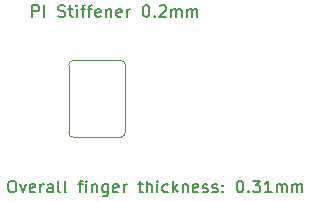
<source format=gbr>
%TF.GenerationSoftware,KiCad,Pcbnew,8.0.4*%
%TF.CreationDate,2024-07-27T12:09:47+02:00*%
%TF.ProjectId,PA3194G822_R03,50413331-3934-4473-9832-325f5230332e,3*%
%TF.SameCoordinates,Original*%
%TF.FileFunction,Other,User*%
%FSLAX46Y46*%
G04 Gerber Fmt 4.6, Leading zero omitted, Abs format (unit mm)*
G04 Created by KiCad (PCBNEW 8.0.4) date 2024-07-27 12:09:47*
%MOMM*%
%LPD*%
G01*
G04 APERTURE LIST*
%ADD10C,0.050000*%
%ADD11C,0.150000*%
G04 APERTURE END LIST*
D10*
X145600000Y-96750000D02*
X141600000Y-96750000D01*
X146000000Y-102850000D02*
G75*
G02*
X145600000Y-103250000I-400000J0D01*
G01*
X146000000Y-97150000D02*
X146000000Y-102850000D01*
X141600000Y-103250000D02*
G75*
G02*
X141200000Y-102850000I0J400000D01*
G01*
X141200000Y-97150000D02*
G75*
G02*
X141600000Y-96750000I400000J0D01*
G01*
X145600000Y-96750000D02*
G75*
G02*
X146000000Y-97150000I0J-400000D01*
G01*
X141600000Y-103250000D02*
X145600000Y-103250000D01*
X141200000Y-102850000D02*
X141200000Y-97150000D01*
D11*
X136327255Y-106919819D02*
X136517731Y-106919819D01*
X136517731Y-106919819D02*
X136612969Y-106967438D01*
X136612969Y-106967438D02*
X136708207Y-107062676D01*
X136708207Y-107062676D02*
X136755826Y-107253152D01*
X136755826Y-107253152D02*
X136755826Y-107586485D01*
X136755826Y-107586485D02*
X136708207Y-107776961D01*
X136708207Y-107776961D02*
X136612969Y-107872200D01*
X136612969Y-107872200D02*
X136517731Y-107919819D01*
X136517731Y-107919819D02*
X136327255Y-107919819D01*
X136327255Y-107919819D02*
X136232017Y-107872200D01*
X136232017Y-107872200D02*
X136136779Y-107776961D01*
X136136779Y-107776961D02*
X136089160Y-107586485D01*
X136089160Y-107586485D02*
X136089160Y-107253152D01*
X136089160Y-107253152D02*
X136136779Y-107062676D01*
X136136779Y-107062676D02*
X136232017Y-106967438D01*
X136232017Y-106967438D02*
X136327255Y-106919819D01*
X137089160Y-107253152D02*
X137327255Y-107919819D01*
X137327255Y-107919819D02*
X137565350Y-107253152D01*
X138327255Y-107872200D02*
X138232017Y-107919819D01*
X138232017Y-107919819D02*
X138041541Y-107919819D01*
X138041541Y-107919819D02*
X137946303Y-107872200D01*
X137946303Y-107872200D02*
X137898684Y-107776961D01*
X137898684Y-107776961D02*
X137898684Y-107396009D01*
X137898684Y-107396009D02*
X137946303Y-107300771D01*
X137946303Y-107300771D02*
X138041541Y-107253152D01*
X138041541Y-107253152D02*
X138232017Y-107253152D01*
X138232017Y-107253152D02*
X138327255Y-107300771D01*
X138327255Y-107300771D02*
X138374874Y-107396009D01*
X138374874Y-107396009D02*
X138374874Y-107491247D01*
X138374874Y-107491247D02*
X137898684Y-107586485D01*
X138803446Y-107919819D02*
X138803446Y-107253152D01*
X138803446Y-107443628D02*
X138851065Y-107348390D01*
X138851065Y-107348390D02*
X138898684Y-107300771D01*
X138898684Y-107300771D02*
X138993922Y-107253152D01*
X138993922Y-107253152D02*
X139089160Y-107253152D01*
X139851065Y-107919819D02*
X139851065Y-107396009D01*
X139851065Y-107396009D02*
X139803446Y-107300771D01*
X139803446Y-107300771D02*
X139708208Y-107253152D01*
X139708208Y-107253152D02*
X139517732Y-107253152D01*
X139517732Y-107253152D02*
X139422494Y-107300771D01*
X139851065Y-107872200D02*
X139755827Y-107919819D01*
X139755827Y-107919819D02*
X139517732Y-107919819D01*
X139517732Y-107919819D02*
X139422494Y-107872200D01*
X139422494Y-107872200D02*
X139374875Y-107776961D01*
X139374875Y-107776961D02*
X139374875Y-107681723D01*
X139374875Y-107681723D02*
X139422494Y-107586485D01*
X139422494Y-107586485D02*
X139517732Y-107538866D01*
X139517732Y-107538866D02*
X139755827Y-107538866D01*
X139755827Y-107538866D02*
X139851065Y-107491247D01*
X140470113Y-107919819D02*
X140374875Y-107872200D01*
X140374875Y-107872200D02*
X140327256Y-107776961D01*
X140327256Y-107776961D02*
X140327256Y-106919819D01*
X140993923Y-107919819D02*
X140898685Y-107872200D01*
X140898685Y-107872200D02*
X140851066Y-107776961D01*
X140851066Y-107776961D02*
X140851066Y-106919819D01*
X141993924Y-107253152D02*
X142374876Y-107253152D01*
X142136781Y-107919819D02*
X142136781Y-107062676D01*
X142136781Y-107062676D02*
X142184400Y-106967438D01*
X142184400Y-106967438D02*
X142279638Y-106919819D01*
X142279638Y-106919819D02*
X142374876Y-106919819D01*
X142708210Y-107919819D02*
X142708210Y-107253152D01*
X142708210Y-106919819D02*
X142660591Y-106967438D01*
X142660591Y-106967438D02*
X142708210Y-107015057D01*
X142708210Y-107015057D02*
X142755829Y-106967438D01*
X142755829Y-106967438D02*
X142708210Y-106919819D01*
X142708210Y-106919819D02*
X142708210Y-107015057D01*
X143184400Y-107253152D02*
X143184400Y-107919819D01*
X143184400Y-107348390D02*
X143232019Y-107300771D01*
X143232019Y-107300771D02*
X143327257Y-107253152D01*
X143327257Y-107253152D02*
X143470114Y-107253152D01*
X143470114Y-107253152D02*
X143565352Y-107300771D01*
X143565352Y-107300771D02*
X143612971Y-107396009D01*
X143612971Y-107396009D02*
X143612971Y-107919819D01*
X144517733Y-107253152D02*
X144517733Y-108062676D01*
X144517733Y-108062676D02*
X144470114Y-108157914D01*
X144470114Y-108157914D02*
X144422495Y-108205533D01*
X144422495Y-108205533D02*
X144327257Y-108253152D01*
X144327257Y-108253152D02*
X144184400Y-108253152D01*
X144184400Y-108253152D02*
X144089162Y-108205533D01*
X144517733Y-107872200D02*
X144422495Y-107919819D01*
X144422495Y-107919819D02*
X144232019Y-107919819D01*
X144232019Y-107919819D02*
X144136781Y-107872200D01*
X144136781Y-107872200D02*
X144089162Y-107824580D01*
X144089162Y-107824580D02*
X144041543Y-107729342D01*
X144041543Y-107729342D02*
X144041543Y-107443628D01*
X144041543Y-107443628D02*
X144089162Y-107348390D01*
X144089162Y-107348390D02*
X144136781Y-107300771D01*
X144136781Y-107300771D02*
X144232019Y-107253152D01*
X144232019Y-107253152D02*
X144422495Y-107253152D01*
X144422495Y-107253152D02*
X144517733Y-107300771D01*
X145374876Y-107872200D02*
X145279638Y-107919819D01*
X145279638Y-107919819D02*
X145089162Y-107919819D01*
X145089162Y-107919819D02*
X144993924Y-107872200D01*
X144993924Y-107872200D02*
X144946305Y-107776961D01*
X144946305Y-107776961D02*
X144946305Y-107396009D01*
X144946305Y-107396009D02*
X144993924Y-107300771D01*
X144993924Y-107300771D02*
X145089162Y-107253152D01*
X145089162Y-107253152D02*
X145279638Y-107253152D01*
X145279638Y-107253152D02*
X145374876Y-107300771D01*
X145374876Y-107300771D02*
X145422495Y-107396009D01*
X145422495Y-107396009D02*
X145422495Y-107491247D01*
X145422495Y-107491247D02*
X144946305Y-107586485D01*
X145851067Y-107919819D02*
X145851067Y-107253152D01*
X145851067Y-107443628D02*
X145898686Y-107348390D01*
X145898686Y-107348390D02*
X145946305Y-107300771D01*
X145946305Y-107300771D02*
X146041543Y-107253152D01*
X146041543Y-107253152D02*
X146136781Y-107253152D01*
X147089163Y-107253152D02*
X147470115Y-107253152D01*
X147232020Y-106919819D02*
X147232020Y-107776961D01*
X147232020Y-107776961D02*
X147279639Y-107872200D01*
X147279639Y-107872200D02*
X147374877Y-107919819D01*
X147374877Y-107919819D02*
X147470115Y-107919819D01*
X147803449Y-107919819D02*
X147803449Y-106919819D01*
X148232020Y-107919819D02*
X148232020Y-107396009D01*
X148232020Y-107396009D02*
X148184401Y-107300771D01*
X148184401Y-107300771D02*
X148089163Y-107253152D01*
X148089163Y-107253152D02*
X147946306Y-107253152D01*
X147946306Y-107253152D02*
X147851068Y-107300771D01*
X147851068Y-107300771D02*
X147803449Y-107348390D01*
X148708211Y-107919819D02*
X148708211Y-107253152D01*
X148708211Y-106919819D02*
X148660592Y-106967438D01*
X148660592Y-106967438D02*
X148708211Y-107015057D01*
X148708211Y-107015057D02*
X148755830Y-106967438D01*
X148755830Y-106967438D02*
X148708211Y-106919819D01*
X148708211Y-106919819D02*
X148708211Y-107015057D01*
X149612972Y-107872200D02*
X149517734Y-107919819D01*
X149517734Y-107919819D02*
X149327258Y-107919819D01*
X149327258Y-107919819D02*
X149232020Y-107872200D01*
X149232020Y-107872200D02*
X149184401Y-107824580D01*
X149184401Y-107824580D02*
X149136782Y-107729342D01*
X149136782Y-107729342D02*
X149136782Y-107443628D01*
X149136782Y-107443628D02*
X149184401Y-107348390D01*
X149184401Y-107348390D02*
X149232020Y-107300771D01*
X149232020Y-107300771D02*
X149327258Y-107253152D01*
X149327258Y-107253152D02*
X149517734Y-107253152D01*
X149517734Y-107253152D02*
X149612972Y-107300771D01*
X150041544Y-107919819D02*
X150041544Y-106919819D01*
X150136782Y-107538866D02*
X150422496Y-107919819D01*
X150422496Y-107253152D02*
X150041544Y-107634104D01*
X150851068Y-107253152D02*
X150851068Y-107919819D01*
X150851068Y-107348390D02*
X150898687Y-107300771D01*
X150898687Y-107300771D02*
X150993925Y-107253152D01*
X150993925Y-107253152D02*
X151136782Y-107253152D01*
X151136782Y-107253152D02*
X151232020Y-107300771D01*
X151232020Y-107300771D02*
X151279639Y-107396009D01*
X151279639Y-107396009D02*
X151279639Y-107919819D01*
X152136782Y-107872200D02*
X152041544Y-107919819D01*
X152041544Y-107919819D02*
X151851068Y-107919819D01*
X151851068Y-107919819D02*
X151755830Y-107872200D01*
X151755830Y-107872200D02*
X151708211Y-107776961D01*
X151708211Y-107776961D02*
X151708211Y-107396009D01*
X151708211Y-107396009D02*
X151755830Y-107300771D01*
X151755830Y-107300771D02*
X151851068Y-107253152D01*
X151851068Y-107253152D02*
X152041544Y-107253152D01*
X152041544Y-107253152D02*
X152136782Y-107300771D01*
X152136782Y-107300771D02*
X152184401Y-107396009D01*
X152184401Y-107396009D02*
X152184401Y-107491247D01*
X152184401Y-107491247D02*
X151708211Y-107586485D01*
X152565354Y-107872200D02*
X152660592Y-107919819D01*
X152660592Y-107919819D02*
X152851068Y-107919819D01*
X152851068Y-107919819D02*
X152946306Y-107872200D01*
X152946306Y-107872200D02*
X152993925Y-107776961D01*
X152993925Y-107776961D02*
X152993925Y-107729342D01*
X152993925Y-107729342D02*
X152946306Y-107634104D01*
X152946306Y-107634104D02*
X152851068Y-107586485D01*
X152851068Y-107586485D02*
X152708211Y-107586485D01*
X152708211Y-107586485D02*
X152612973Y-107538866D01*
X152612973Y-107538866D02*
X152565354Y-107443628D01*
X152565354Y-107443628D02*
X152565354Y-107396009D01*
X152565354Y-107396009D02*
X152612973Y-107300771D01*
X152612973Y-107300771D02*
X152708211Y-107253152D01*
X152708211Y-107253152D02*
X152851068Y-107253152D01*
X152851068Y-107253152D02*
X152946306Y-107300771D01*
X153374878Y-107872200D02*
X153470116Y-107919819D01*
X153470116Y-107919819D02*
X153660592Y-107919819D01*
X153660592Y-107919819D02*
X153755830Y-107872200D01*
X153755830Y-107872200D02*
X153803449Y-107776961D01*
X153803449Y-107776961D02*
X153803449Y-107729342D01*
X153803449Y-107729342D02*
X153755830Y-107634104D01*
X153755830Y-107634104D02*
X153660592Y-107586485D01*
X153660592Y-107586485D02*
X153517735Y-107586485D01*
X153517735Y-107586485D02*
X153422497Y-107538866D01*
X153422497Y-107538866D02*
X153374878Y-107443628D01*
X153374878Y-107443628D02*
X153374878Y-107396009D01*
X153374878Y-107396009D02*
X153422497Y-107300771D01*
X153422497Y-107300771D02*
X153517735Y-107253152D01*
X153517735Y-107253152D02*
X153660592Y-107253152D01*
X153660592Y-107253152D02*
X153755830Y-107300771D01*
X154232021Y-107824580D02*
X154279640Y-107872200D01*
X154279640Y-107872200D02*
X154232021Y-107919819D01*
X154232021Y-107919819D02*
X154184402Y-107872200D01*
X154184402Y-107872200D02*
X154232021Y-107824580D01*
X154232021Y-107824580D02*
X154232021Y-107919819D01*
X154232021Y-107300771D02*
X154279640Y-107348390D01*
X154279640Y-107348390D02*
X154232021Y-107396009D01*
X154232021Y-107396009D02*
X154184402Y-107348390D01*
X154184402Y-107348390D02*
X154232021Y-107300771D01*
X154232021Y-107300771D02*
X154232021Y-107396009D01*
X155660592Y-106919819D02*
X155755830Y-106919819D01*
X155755830Y-106919819D02*
X155851068Y-106967438D01*
X155851068Y-106967438D02*
X155898687Y-107015057D01*
X155898687Y-107015057D02*
X155946306Y-107110295D01*
X155946306Y-107110295D02*
X155993925Y-107300771D01*
X155993925Y-107300771D02*
X155993925Y-107538866D01*
X155993925Y-107538866D02*
X155946306Y-107729342D01*
X155946306Y-107729342D02*
X155898687Y-107824580D01*
X155898687Y-107824580D02*
X155851068Y-107872200D01*
X155851068Y-107872200D02*
X155755830Y-107919819D01*
X155755830Y-107919819D02*
X155660592Y-107919819D01*
X155660592Y-107919819D02*
X155565354Y-107872200D01*
X155565354Y-107872200D02*
X155517735Y-107824580D01*
X155517735Y-107824580D02*
X155470116Y-107729342D01*
X155470116Y-107729342D02*
X155422497Y-107538866D01*
X155422497Y-107538866D02*
X155422497Y-107300771D01*
X155422497Y-107300771D02*
X155470116Y-107110295D01*
X155470116Y-107110295D02*
X155517735Y-107015057D01*
X155517735Y-107015057D02*
X155565354Y-106967438D01*
X155565354Y-106967438D02*
X155660592Y-106919819D01*
X156422497Y-107824580D02*
X156470116Y-107872200D01*
X156470116Y-107872200D02*
X156422497Y-107919819D01*
X156422497Y-107919819D02*
X156374878Y-107872200D01*
X156374878Y-107872200D02*
X156422497Y-107824580D01*
X156422497Y-107824580D02*
X156422497Y-107919819D01*
X156803449Y-106919819D02*
X157422496Y-106919819D01*
X157422496Y-106919819D02*
X157089163Y-107300771D01*
X157089163Y-107300771D02*
X157232020Y-107300771D01*
X157232020Y-107300771D02*
X157327258Y-107348390D01*
X157327258Y-107348390D02*
X157374877Y-107396009D01*
X157374877Y-107396009D02*
X157422496Y-107491247D01*
X157422496Y-107491247D02*
X157422496Y-107729342D01*
X157422496Y-107729342D02*
X157374877Y-107824580D01*
X157374877Y-107824580D02*
X157327258Y-107872200D01*
X157327258Y-107872200D02*
X157232020Y-107919819D01*
X157232020Y-107919819D02*
X156946306Y-107919819D01*
X156946306Y-107919819D02*
X156851068Y-107872200D01*
X156851068Y-107872200D02*
X156803449Y-107824580D01*
X158374877Y-107919819D02*
X157803449Y-107919819D01*
X158089163Y-107919819D02*
X158089163Y-106919819D01*
X158089163Y-106919819D02*
X157993925Y-107062676D01*
X157993925Y-107062676D02*
X157898687Y-107157914D01*
X157898687Y-107157914D02*
X157803449Y-107205533D01*
X158803449Y-107919819D02*
X158803449Y-107253152D01*
X158803449Y-107348390D02*
X158851068Y-107300771D01*
X158851068Y-107300771D02*
X158946306Y-107253152D01*
X158946306Y-107253152D02*
X159089163Y-107253152D01*
X159089163Y-107253152D02*
X159184401Y-107300771D01*
X159184401Y-107300771D02*
X159232020Y-107396009D01*
X159232020Y-107396009D02*
X159232020Y-107919819D01*
X159232020Y-107396009D02*
X159279639Y-107300771D01*
X159279639Y-107300771D02*
X159374877Y-107253152D01*
X159374877Y-107253152D02*
X159517734Y-107253152D01*
X159517734Y-107253152D02*
X159612973Y-107300771D01*
X159612973Y-107300771D02*
X159660592Y-107396009D01*
X159660592Y-107396009D02*
X159660592Y-107919819D01*
X160136782Y-107919819D02*
X160136782Y-107253152D01*
X160136782Y-107348390D02*
X160184401Y-107300771D01*
X160184401Y-107300771D02*
X160279639Y-107253152D01*
X160279639Y-107253152D02*
X160422496Y-107253152D01*
X160422496Y-107253152D02*
X160517734Y-107300771D01*
X160517734Y-107300771D02*
X160565353Y-107396009D01*
X160565353Y-107396009D02*
X160565353Y-107919819D01*
X160565353Y-107396009D02*
X160612972Y-107300771D01*
X160612972Y-107300771D02*
X160708210Y-107253152D01*
X160708210Y-107253152D02*
X160851067Y-107253152D01*
X160851067Y-107253152D02*
X160946306Y-107300771D01*
X160946306Y-107300771D02*
X160993925Y-107396009D01*
X160993925Y-107396009D02*
X160993925Y-107919819D01*
X138136779Y-93069819D02*
X138136779Y-92069819D01*
X138136779Y-92069819D02*
X138517731Y-92069819D01*
X138517731Y-92069819D02*
X138612969Y-92117438D01*
X138612969Y-92117438D02*
X138660588Y-92165057D01*
X138660588Y-92165057D02*
X138708207Y-92260295D01*
X138708207Y-92260295D02*
X138708207Y-92403152D01*
X138708207Y-92403152D02*
X138660588Y-92498390D01*
X138660588Y-92498390D02*
X138612969Y-92546009D01*
X138612969Y-92546009D02*
X138517731Y-92593628D01*
X138517731Y-92593628D02*
X138136779Y-92593628D01*
X139136779Y-93069819D02*
X139136779Y-92069819D01*
X140327255Y-93022200D02*
X140470112Y-93069819D01*
X140470112Y-93069819D02*
X140708207Y-93069819D01*
X140708207Y-93069819D02*
X140803445Y-93022200D01*
X140803445Y-93022200D02*
X140851064Y-92974580D01*
X140851064Y-92974580D02*
X140898683Y-92879342D01*
X140898683Y-92879342D02*
X140898683Y-92784104D01*
X140898683Y-92784104D02*
X140851064Y-92688866D01*
X140851064Y-92688866D02*
X140803445Y-92641247D01*
X140803445Y-92641247D02*
X140708207Y-92593628D01*
X140708207Y-92593628D02*
X140517731Y-92546009D01*
X140517731Y-92546009D02*
X140422493Y-92498390D01*
X140422493Y-92498390D02*
X140374874Y-92450771D01*
X140374874Y-92450771D02*
X140327255Y-92355533D01*
X140327255Y-92355533D02*
X140327255Y-92260295D01*
X140327255Y-92260295D02*
X140374874Y-92165057D01*
X140374874Y-92165057D02*
X140422493Y-92117438D01*
X140422493Y-92117438D02*
X140517731Y-92069819D01*
X140517731Y-92069819D02*
X140755826Y-92069819D01*
X140755826Y-92069819D02*
X140898683Y-92117438D01*
X141184398Y-92403152D02*
X141565350Y-92403152D01*
X141327255Y-92069819D02*
X141327255Y-92926961D01*
X141327255Y-92926961D02*
X141374874Y-93022200D01*
X141374874Y-93022200D02*
X141470112Y-93069819D01*
X141470112Y-93069819D02*
X141565350Y-93069819D01*
X141898684Y-93069819D02*
X141898684Y-92403152D01*
X141898684Y-92069819D02*
X141851065Y-92117438D01*
X141851065Y-92117438D02*
X141898684Y-92165057D01*
X141898684Y-92165057D02*
X141946303Y-92117438D01*
X141946303Y-92117438D02*
X141898684Y-92069819D01*
X141898684Y-92069819D02*
X141898684Y-92165057D01*
X142232017Y-92403152D02*
X142612969Y-92403152D01*
X142374874Y-93069819D02*
X142374874Y-92212676D01*
X142374874Y-92212676D02*
X142422493Y-92117438D01*
X142422493Y-92117438D02*
X142517731Y-92069819D01*
X142517731Y-92069819D02*
X142612969Y-92069819D01*
X142803446Y-92403152D02*
X143184398Y-92403152D01*
X142946303Y-93069819D02*
X142946303Y-92212676D01*
X142946303Y-92212676D02*
X142993922Y-92117438D01*
X142993922Y-92117438D02*
X143089160Y-92069819D01*
X143089160Y-92069819D02*
X143184398Y-92069819D01*
X143898684Y-93022200D02*
X143803446Y-93069819D01*
X143803446Y-93069819D02*
X143612970Y-93069819D01*
X143612970Y-93069819D02*
X143517732Y-93022200D01*
X143517732Y-93022200D02*
X143470113Y-92926961D01*
X143470113Y-92926961D02*
X143470113Y-92546009D01*
X143470113Y-92546009D02*
X143517732Y-92450771D01*
X143517732Y-92450771D02*
X143612970Y-92403152D01*
X143612970Y-92403152D02*
X143803446Y-92403152D01*
X143803446Y-92403152D02*
X143898684Y-92450771D01*
X143898684Y-92450771D02*
X143946303Y-92546009D01*
X143946303Y-92546009D02*
X143946303Y-92641247D01*
X143946303Y-92641247D02*
X143470113Y-92736485D01*
X144374875Y-92403152D02*
X144374875Y-93069819D01*
X144374875Y-92498390D02*
X144422494Y-92450771D01*
X144422494Y-92450771D02*
X144517732Y-92403152D01*
X144517732Y-92403152D02*
X144660589Y-92403152D01*
X144660589Y-92403152D02*
X144755827Y-92450771D01*
X144755827Y-92450771D02*
X144803446Y-92546009D01*
X144803446Y-92546009D02*
X144803446Y-93069819D01*
X145660589Y-93022200D02*
X145565351Y-93069819D01*
X145565351Y-93069819D02*
X145374875Y-93069819D01*
X145374875Y-93069819D02*
X145279637Y-93022200D01*
X145279637Y-93022200D02*
X145232018Y-92926961D01*
X145232018Y-92926961D02*
X145232018Y-92546009D01*
X145232018Y-92546009D02*
X145279637Y-92450771D01*
X145279637Y-92450771D02*
X145374875Y-92403152D01*
X145374875Y-92403152D02*
X145565351Y-92403152D01*
X145565351Y-92403152D02*
X145660589Y-92450771D01*
X145660589Y-92450771D02*
X145708208Y-92546009D01*
X145708208Y-92546009D02*
X145708208Y-92641247D01*
X145708208Y-92641247D02*
X145232018Y-92736485D01*
X146136780Y-93069819D02*
X146136780Y-92403152D01*
X146136780Y-92593628D02*
X146184399Y-92498390D01*
X146184399Y-92498390D02*
X146232018Y-92450771D01*
X146232018Y-92450771D02*
X146327256Y-92403152D01*
X146327256Y-92403152D02*
X146422494Y-92403152D01*
X147708209Y-92069819D02*
X147803447Y-92069819D01*
X147803447Y-92069819D02*
X147898685Y-92117438D01*
X147898685Y-92117438D02*
X147946304Y-92165057D01*
X147946304Y-92165057D02*
X147993923Y-92260295D01*
X147993923Y-92260295D02*
X148041542Y-92450771D01*
X148041542Y-92450771D02*
X148041542Y-92688866D01*
X148041542Y-92688866D02*
X147993923Y-92879342D01*
X147993923Y-92879342D02*
X147946304Y-92974580D01*
X147946304Y-92974580D02*
X147898685Y-93022200D01*
X147898685Y-93022200D02*
X147803447Y-93069819D01*
X147803447Y-93069819D02*
X147708209Y-93069819D01*
X147708209Y-93069819D02*
X147612971Y-93022200D01*
X147612971Y-93022200D02*
X147565352Y-92974580D01*
X147565352Y-92974580D02*
X147517733Y-92879342D01*
X147517733Y-92879342D02*
X147470114Y-92688866D01*
X147470114Y-92688866D02*
X147470114Y-92450771D01*
X147470114Y-92450771D02*
X147517733Y-92260295D01*
X147517733Y-92260295D02*
X147565352Y-92165057D01*
X147565352Y-92165057D02*
X147612971Y-92117438D01*
X147612971Y-92117438D02*
X147708209Y-92069819D01*
X148470114Y-92974580D02*
X148517733Y-93022200D01*
X148517733Y-93022200D02*
X148470114Y-93069819D01*
X148470114Y-93069819D02*
X148422495Y-93022200D01*
X148422495Y-93022200D02*
X148470114Y-92974580D01*
X148470114Y-92974580D02*
X148470114Y-93069819D01*
X148898685Y-92165057D02*
X148946304Y-92117438D01*
X148946304Y-92117438D02*
X149041542Y-92069819D01*
X149041542Y-92069819D02*
X149279637Y-92069819D01*
X149279637Y-92069819D02*
X149374875Y-92117438D01*
X149374875Y-92117438D02*
X149422494Y-92165057D01*
X149422494Y-92165057D02*
X149470113Y-92260295D01*
X149470113Y-92260295D02*
X149470113Y-92355533D01*
X149470113Y-92355533D02*
X149422494Y-92498390D01*
X149422494Y-92498390D02*
X148851066Y-93069819D01*
X148851066Y-93069819D02*
X149470113Y-93069819D01*
X149898685Y-93069819D02*
X149898685Y-92403152D01*
X149898685Y-92498390D02*
X149946304Y-92450771D01*
X149946304Y-92450771D02*
X150041542Y-92403152D01*
X150041542Y-92403152D02*
X150184399Y-92403152D01*
X150184399Y-92403152D02*
X150279637Y-92450771D01*
X150279637Y-92450771D02*
X150327256Y-92546009D01*
X150327256Y-92546009D02*
X150327256Y-93069819D01*
X150327256Y-92546009D02*
X150374875Y-92450771D01*
X150374875Y-92450771D02*
X150470113Y-92403152D01*
X150470113Y-92403152D02*
X150612970Y-92403152D01*
X150612970Y-92403152D02*
X150708209Y-92450771D01*
X150708209Y-92450771D02*
X150755828Y-92546009D01*
X150755828Y-92546009D02*
X150755828Y-93069819D01*
X151232018Y-93069819D02*
X151232018Y-92403152D01*
X151232018Y-92498390D02*
X151279637Y-92450771D01*
X151279637Y-92450771D02*
X151374875Y-92403152D01*
X151374875Y-92403152D02*
X151517732Y-92403152D01*
X151517732Y-92403152D02*
X151612970Y-92450771D01*
X151612970Y-92450771D02*
X151660589Y-92546009D01*
X151660589Y-92546009D02*
X151660589Y-93069819D01*
X151660589Y-92546009D02*
X151708208Y-92450771D01*
X151708208Y-92450771D02*
X151803446Y-92403152D01*
X151803446Y-92403152D02*
X151946303Y-92403152D01*
X151946303Y-92403152D02*
X152041542Y-92450771D01*
X152041542Y-92450771D02*
X152089161Y-92546009D01*
X152089161Y-92546009D02*
X152089161Y-93069819D01*
M02*

</source>
